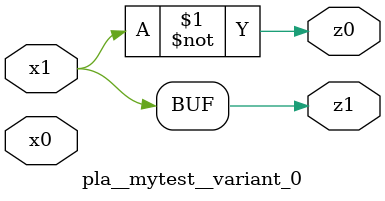
<source format=v>
module pla__mytest__variant_0 ( 
    x0, x1,
    z0, z1  );
  input  x0, x1;
  output z0, z1;
  assign z0 = ~x1;
  assign z1 = x1;
endmodule
</source>
